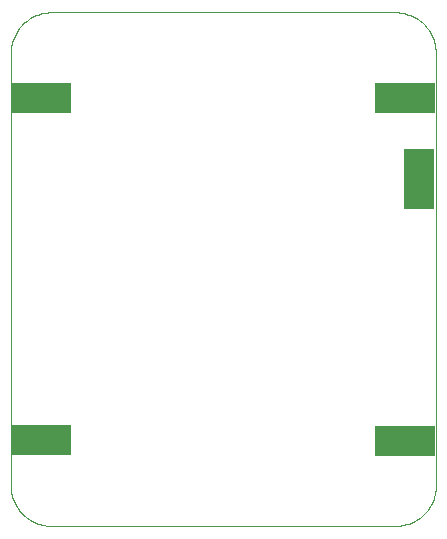
<source format=gbp>
G75*
G70*
%OFA0B0*%
%FSLAX24Y24*%
%IPPOS*%
%LPD*%
%AMOC8*
5,1,8,0,0,1.08239X$1,22.5*
%
%ADD10C,0.0010*%
%ADD11R,0.2000X0.1000*%
%ADD12R,0.1000X0.2000*%
D10*
X002398Y002257D02*
X002398Y016647D01*
X002398Y016637D02*
X002397Y016710D01*
X002400Y016782D01*
X002406Y016854D01*
X002416Y016926D01*
X002430Y016997D01*
X002448Y017067D01*
X002470Y017136D01*
X002495Y017204D01*
X002524Y017270D01*
X002556Y017335D01*
X002592Y017398D01*
X002632Y017459D01*
X002674Y017517D01*
X002719Y017574D01*
X002768Y017628D01*
X002819Y017679D01*
X002873Y017727D01*
X002930Y017772D01*
X002988Y017815D01*
X003049Y017854D01*
X003112Y017889D01*
X003177Y017922D01*
X003244Y017950D01*
X003312Y017975D01*
X003381Y017997D01*
X003451Y018015D01*
X003522Y018028D01*
X003594Y018038D01*
X003666Y018045D01*
X003738Y018047D01*
X015158Y018047D01*
X015152Y018046D02*
X015225Y018047D01*
X015297Y018044D01*
X015369Y018038D01*
X015441Y018028D01*
X015512Y018014D01*
X015582Y017996D01*
X015651Y017974D01*
X015719Y017949D01*
X015785Y017920D01*
X015850Y017888D01*
X015913Y017852D01*
X015974Y017812D01*
X016032Y017770D01*
X016089Y017725D01*
X016143Y017676D01*
X016194Y017625D01*
X016242Y017571D01*
X016287Y017514D01*
X016330Y017456D01*
X016369Y017395D01*
X016404Y017332D01*
X016437Y017267D01*
X016465Y017200D01*
X016490Y017132D01*
X016512Y017063D01*
X016530Y016993D01*
X016543Y016922D01*
X016553Y016850D01*
X016560Y016778D01*
X016562Y016706D01*
X016568Y016697D02*
X016568Y002337D01*
X016569Y002264D01*
X016566Y002192D01*
X016560Y002120D01*
X016550Y002048D01*
X016536Y001977D01*
X016518Y001907D01*
X016496Y001838D01*
X016471Y001770D01*
X016442Y001704D01*
X016410Y001639D01*
X016374Y001576D01*
X016334Y001515D01*
X016292Y001457D01*
X016247Y001400D01*
X016198Y001346D01*
X016147Y001295D01*
X016093Y001247D01*
X016036Y001202D01*
X015978Y001159D01*
X015917Y001120D01*
X015854Y001085D01*
X015789Y001052D01*
X015722Y001024D01*
X015654Y000999D01*
X015585Y000977D01*
X015515Y000959D01*
X015444Y000946D01*
X015372Y000936D01*
X015300Y000929D01*
X015228Y000927D01*
X003808Y000927D01*
X003808Y000928D02*
X003735Y000926D01*
X003663Y000928D01*
X003592Y000934D01*
X003520Y000944D01*
X003449Y000958D01*
X003379Y000976D01*
X003310Y000997D01*
X003243Y001022D01*
X003176Y001050D01*
X003112Y001083D01*
X003049Y001118D01*
X002988Y001157D01*
X002930Y001199D01*
X002873Y001244D01*
X002819Y001292D01*
X002768Y001343D01*
X002720Y001397D01*
X002675Y001453D01*
X002632Y001511D01*
X002593Y001572D01*
X002557Y001634D01*
X002525Y001699D01*
X002496Y001765D01*
X002471Y001832D01*
X002449Y001901D01*
X002431Y001971D01*
X002417Y002042D01*
X002407Y002113D01*
X002401Y002185D01*
X002398Y002257D01*
D11*
X003418Y003807D03*
X015538Y003747D03*
X015538Y015207D03*
X003418Y015207D03*
D12*
X016018Y012507D03*
M02*

</source>
